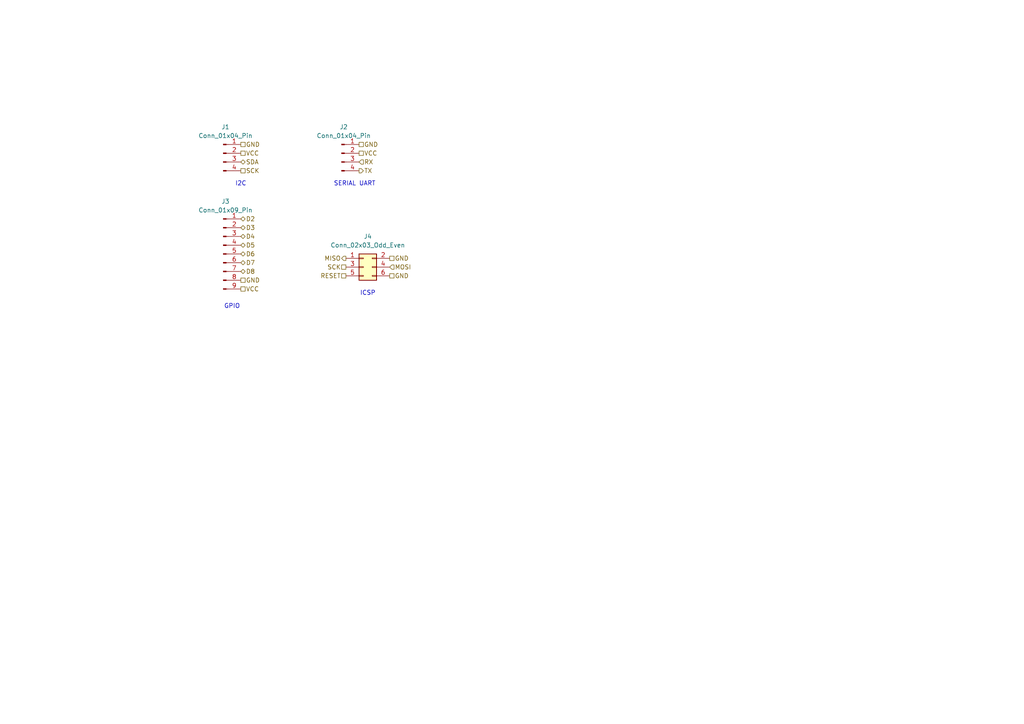
<source format=kicad_sch>
(kicad_sch (version 20231120) (generator "eeschema") (generator_version "8.0")
  (paper "A4")
  (title_block (title "${project_name}") (date "2024-09-24") (company "Nlogoz"))
  (lib_symbols
    (symbol "Connector:Conn_01x04_Pin" (pin_names (offset 1.016) hide)
      (property "Reference" "J" (at 0 5.08 0))
      (property "Value" "Conn_01x04_Pin" (at 0 -7.62 0))
      (symbol "Conn_01x04_Pin_1_1"
        (polyline (pts (xy 1.27 -5.08) (xy 0.8636 -5.08)) (stroke (width 0.1524)))
        (polyline (pts (xy 1.27 -2.54) (xy 0.8636 -2.54)) (stroke (width 0.1524)))
        (polyline (pts (xy 1.27 0) (xy 0.8636 0)) (stroke (width 0.1524)))
        (polyline (pts (xy 1.27 2.54) (xy 0.8636 2.54)) (stroke (width 0.1524)))
        (rectangle (start 0.8636 -4.953) (end 0 -5.207) (stroke (width 0.1524)) (fill (type outline)))
        (rectangle (start 0.8636 -2.413) (end 0 -2.667) (stroke (width 0.1524)) (fill (type outline)))
        (rectangle (start 0.8636 0.127) (end 0 -0.127) (stroke (width 0.1524)) (fill (type outline)))
        (rectangle (start 0.8636 2.667) (end 0 2.413) (stroke (width 0.1524)) (fill (type outline)))
        (pin passive line (at 5.08 2.54 180) (length 3.81) (name "Pin_1") (number "1"))
        (pin passive line (at 5.08 0 180) (length 3.81) (name "Pin_2") (number "2"))
        (pin passive line (at 5.08 -2.54 180) (length 3.81) (name "Pin_3") (number "3"))
        (pin passive line (at 5.08 -5.08 180) (length 3.81) (name "Pin_4") (number "4"))
      )
    )
    (symbol "Connector:Conn_01x09_Pin" (pin_names (offset 1.016) hide)
      (property "Reference" "J" (at 0 12.7 0))
      (property "Value" "Conn_01x09_Pin" (at 0 -12.7 0))
      (symbol "Conn_01x09_Pin_1_1"
        (polyline (pts (xy 1.27 -10.16) (xy 0.8636 -10.16)) (stroke (width 0.1524)))
        (polyline (pts (xy 1.27 -7.62) (xy 0.8636 -7.62)) (stroke (width 0.1524)))
        (polyline (pts (xy 1.27 -5.08) (xy 0.8636 -5.08)) (stroke (width 0.1524)))
        (polyline (pts (xy 1.27 -2.54) (xy 0.8636 -2.54)) (stroke (width 0.1524)))
        (polyline (pts (xy 1.27 0) (xy 0.8636 0)) (stroke (width 0.1524)))
        (polyline (pts (xy 1.27 2.54) (xy 0.8636 2.54)) (stroke (width 0.1524)))
        (polyline (pts (xy 1.27 5.08) (xy 0.8636 5.08)) (stroke (width 0.1524)))
        (polyline (pts (xy 1.27 7.62) (xy 0.8636 7.62)) (stroke (width 0.1524)))
        (polyline (pts (xy 1.27 10.16) (xy 0.8636 10.16)) (stroke (width 0.1524)))
        (rectangle (start 0.8636 -10.033) (end 0 -10.287) (stroke (width 0.1524)) (fill (type outline)))
        (rectangle (start 0.8636 -7.493) (end 0 -7.747) (stroke (width 0.1524)) (fill (type outline)))
        (rectangle (start 0.8636 -4.953) (end 0 -5.207) (stroke (width 0.1524)) (fill (type outline)))
        (rectangle (start 0.8636 -2.413) (end 0 -2.667) (stroke (width 0.1524)) (fill (type outline)))
        (rectangle (start 0.8636 0.127) (end 0 -0.127) (stroke (width 0.1524)) (fill (type outline)))
        (rectangle (start 0.8636 2.667) (end 0 2.413) (stroke (width 0.1524)) (fill (type outline)))
        (rectangle (start 0.8636 5.207) (end 0 4.953) (stroke (width 0.1524)) (fill (type outline)))
        (rectangle (start 0.8636 7.747) (end 0 7.493) (stroke (width 0.1524)) (fill (type outline)))
        (rectangle (start 0.8636 10.287) (end 0 10.033) (stroke (width 0.1524)) (fill (type outline)))
        (pin passive line (at 5.08 10.16 180) (length 3.81) (name "Pin_1") (number "1"))
        (pin passive line (at 5.08 7.62 180) (length 3.81) (name "Pin_2") (number "2"))
        (pin passive line (at 5.08 5.08 180) (length 3.81) (name "Pin_3") (number "3"))
        (pin passive line (at 5.08 2.54 180) (length 3.81) (name "Pin_4") (number "4"))
        (pin passive line (at 5.08 0 180) (length 3.81) (name "Pin_5") (number "5"))
        (pin passive line (at 5.08 -2.54 180) (length 3.81) (name "Pin_6") (number "6"))
        (pin passive line (at 5.08 -5.08 180) (length 3.81) (name "Pin_7") (number "7"))
        (pin passive line (at 5.08 -7.62 180) (length 3.81) (name "Pin_8") (number "8"))
        (pin passive line (at 5.08 -10.16 180) (length 3.81) (name "Pin_9") (number "9"))
      )
    )
    (symbol "Connector_Generic:Conn_02x03_Odd_Even" (pin_names (offset 1.016) hide)
      (property "Reference" "J" (at 1.27 5.08 0))
      (property "Value" "Conn_02x03_Odd_Even" (at 1.27 -5.08 0))
      (symbol "Conn_02x03_Odd_Even_1_1"
        (rectangle (start -1.27 -2.413) (end 0 -2.667) (stroke (width 0.1524)))
        (rectangle (start -1.27 0.127) (end 0 -0.127) (stroke (width 0.1524)))
        (rectangle (start -1.27 2.667) (end 0 2.413) (stroke (width 0.1524)))
        (rectangle (start -1.27 3.81) (end 3.81 -3.81) (stroke (width 0.254)) (fill (type background)))
        (rectangle (start 3.81 -2.413) (end 2.54 -2.667) (stroke (width 0.1524)))
        (rectangle (start 3.81 0.127) (end 2.54 -0.127) (stroke (width 0.1524)))
        (rectangle (start 3.81 2.667) (end 2.54 2.413) (stroke (width 0.1524)))
        (pin passive line (at -5.08 2.54 0) (length 3.81) (name "Pin_1") (number "1"))
        (pin passive line (at 7.62 2.54 180) (length 3.81) (name "Pin_2") (number "2"))
        (pin passive line (at -5.08 0 0) (length 3.81) (name "Pin_3") (number "3"))
        (pin passive line (at 7.62 0 180) (length 3.81) (name "Pin_4") (number "4"))
        (pin passive line (at -5.08 -2.54 0) (length 3.81) (name "Pin_5") (number "5"))
        (pin passive line (at 7.62 -2.54 180) (length 3.81) (name "Pin_6") (number "6"))
      )
    )
  )
  (text "SERIAL UART" (at 102.87 53.34 0) (effects (font (size 1.27 1.27))))
  (text "I2C" (at 69.85 53.34 0) (effects (font (size 1.27 1.27))))
  (text "ICSP\n" (at 106.68 85.09 0) (effects (font (size 1.27 1.27))))
  (text "GPIO" (at 67.31 88.9 0) (effects (font (size 1.27 1.27))))
  (hierarchical_label "VCC" (shape passive) (at 69.85 44.45 0))
  (hierarchical_label "RX" (shape input) (at 104.14 46.99 0))
  (hierarchical_label "D5" (shape bidirectional) (at 69.85 71.12 0))
  (hierarchical_label "D2" (shape bidirectional) (at 69.85 63.5 0))
  (hierarchical_label "VCC" (shape passive) (at 69.85 83.82 0))
  (hierarchical_label "SCK" (shape passive) (at 69.85 49.53 0))
  (hierarchical_label "GND" (shape passive) (at 113.03 80.01 0))
  (hierarchical_label "GND" (shape passive) (at 69.85 41.91 0))
  (hierarchical_label "MISO" (shape output) (at 100.33 74.93 180))
  (hierarchical_label "VCC" (shape passive) (at 104.14 44.45 0))
  (hierarchical_label "SCK" (shape passive) (at 100.33 77.47 180))
  (hierarchical_label "GND" (shape passive) (at 69.85 81.28 0))
  (hierarchical_label "TX" (shape output) (at 104.14 49.53 0))
  (hierarchical_label "GND" (shape passive) (at 113.03 74.93 0))
  (hierarchical_label "D6" (shape bidirectional) (at 69.85 73.66 0))
  (hierarchical_label "RESET" (shape passive) (at 100.33 80.01 180))
  (hierarchical_label "D4" (shape bidirectional) (at 69.85 68.58 0))
  (hierarchical_label "SDA" (shape bidirectional) (at 69.85 46.99 0))
  (hierarchical_label "D7" (shape bidirectional) (at 69.85 76.2 0))
  (hierarchical_label "D3" (shape bidirectional) (at 69.85 66.04 0))
  (hierarchical_label "MOSI" (shape input) (at 113.03 77.47 0))
  (hierarchical_label "GND" (shape passive) (at 104.14 41.91 0))
  (hierarchical_label "D8" (shape bidirectional) (at 69.85 78.74 0))
  (symbol (lib_id "Connector:Conn_01x04_Pin") (at 99.06 44.45 0) (unit 1)
    (property "Reference" "J2" (at 99.695 36.83 0))
    (property "Value" "Conn_01x04_Pin" (at 99.695 39.37 0))
    (property "Footprint" "Connector_PinHeader_2.54mm:PinHeader_1x04_P2.54mm_Vertical" (effects (hide yes)))
    (property "Description" "Generic connector, single row, 01x04, script generated" (effects (hide yes)))
  )
  (symbol (lib_id "Connector:Conn_01x04_Pin") (at 64.77 44.45 0) (unit 1)
    (property "Reference" "J1" (at 65.405 36.83 0))
    (property "Value" "Conn_01x04_Pin" (at 65.405 39.37 0))
    (property "Footprint" "Connector_PinHeader_2.54mm:PinHeader_1x04_P2.54mm_Vertical" (effects (hide yes)))
    (property "Description" "Generic connector, single row, 01x04, script generated" (effects (hide yes)))
  )
  (symbol (lib_id "Connector:Conn_01x09_Pin") (at 64.77 73.66 0) (unit 1)
    (property "Reference" "J3" (at 65.405 58.42 0))
    (property "Value" "Conn_01x09_Pin" (at 65.405 60.96 0))
    (property "Footprint" "Connector_PinHeader_2.54mm:PinHeader_1x09_P2.54mm_Vertical" (effects (hide yes)))
    (property "Description" "Generic connector, single row, 01x09, script generated" (effects (hide yes)))
  )
  (symbol (lib_id "Connector_Generic:Conn_02x03_Odd_Even") (at 105.41 77.47 0) (unit 1)
    (property "Reference" "J4" (at 106.68 68.58 0))
    (property "Value" "Conn_02x03_Odd_Even" (at 106.68 71.12 0))
    (property "Footprint" "Connector_PinHeader_2.54mm:PinHeader_2x03_P2.54mm_Vertical" (effects (hide yes)))
    (property "Description" "Generic connector, double row, 02x03, odd/even pin numbering scheme (row 1 odd numbers, row 2 even numbers), script generated (kicad-library-utils/schlib/autogen/connector/)" (effects (hide yes)))
  )
)
</source>
